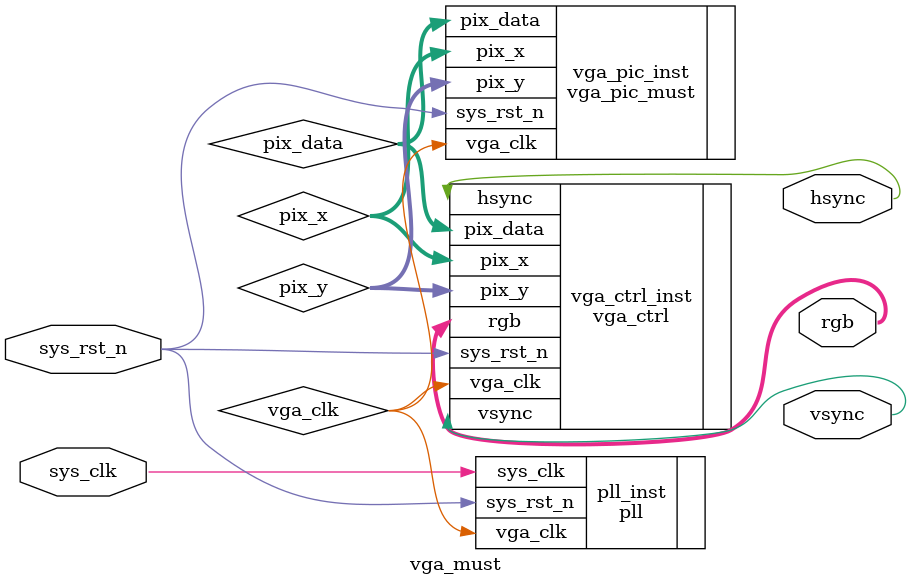
<source format=v>
`timescale 1ns/1ps

module vga_must(
input wire sys_clk , //System Clock, 50MHz
input wire sys_rst_n , //Reset signal. Low level is effective

output wire hsync , //Line sync signal
output wire vsync , //Field sync signal
output wire [15:0] rgb //RGB565 color data

);

 ////
 //\* Parameter and Internal Signal \//
 ////

 //wire define
 wire vga_clk ; //VGA working clock, 25MHz
 wire [9:0] pix_x ; //x coordinate of current pixel
 wire [9:0] pix_y ; //y coordinate of current pixel
 wire [15:0] pix_data; //color information



 pll pll_inst
 (
 .sys_clk(sys_clk),
 .sys_rst_n(sys_rst_n),

 .vga_clk(vga_clk) // connector1
 );


 vga_pic_must vga_pic_inst
 (
 .vga_clk (vga_clk ), 
 .sys_rst_n (sys_rst_n ), 
 .pix_x (pix_x ), //x coordinate of current pixel, connector2
 .pix_y (pix_y ), //y coordinate of current pixel, connector3

 .pix_data (pix_data ) //color information, connector4
 );


 vga_ctrl vga_ctrl_inst
 (
 .vga_clk (vga_clk ), 
 .sys_rst_n (sys_rst_n ), 
 .pix_data (pix_data ), //color information

 .pix_x (pix_x ), //x coordinate of current pixel
 .pix_y (pix_y ), //y coordinate of current pixel
 .hsync (hsync ),
 .vsync (vsync ), 
 .rgb (rgb ) //RGB565 color data
 );

 endmodule
</source>
